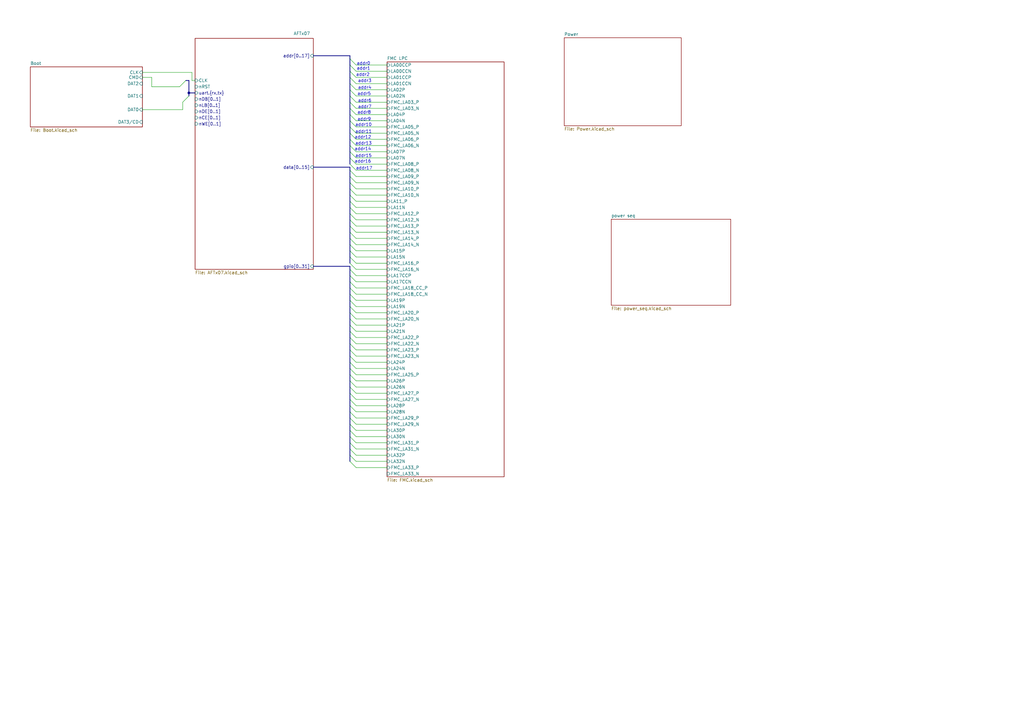
<source format=kicad_sch>
(kicad_sch
	(version 20231120)
	(generator "eeschema")
	(generator_version "8.0")
	(uuid "5516d47b-e414-41cc-be39-f34e0b8598e1")
	(paper "A3")
	(lib_symbols)
	(junction
		(at 77.47 38.1)
		(diameter 0)
		(color 0 0 0 0)
		(uuid "270580d3-4b2f-4f27-b6aa-36c4818bd575")
	)
	(bus_entry
		(at 143.51 59.69)
		(size 2.54 2.54)
		(stroke
			(width 0)
			(type default)
		)
		(uuid "00c309d9-f538-40da-9f2a-311050bdbafa")
	)
	(bus_entry
		(at 143.51 184.15)
		(size 2.54 2.54)
		(stroke
			(width 0)
			(type default)
		)
		(uuid "01097257-0fc6-4563-af78-13f9a170a4a1")
	)
	(bus_entry
		(at 143.51 46.99)
		(size 2.54 2.54)
		(stroke
			(width 0)
			(type default)
		)
		(uuid "04d6c506-0baf-4da7-8bf7-681755571645")
	)
	(bus_entry
		(at 143.51 87.63)
		(size 2.54 2.54)
		(stroke
			(width 0)
			(type default)
		)
		(uuid "06c86918-2551-4aa7-a6ad-c86a70af97f9")
	)
	(bus_entry
		(at 143.51 138.43)
		(size 2.54 2.54)
		(stroke
			(width 0)
			(type default)
		)
		(uuid "08d73a3a-09ef-48a0-bdb3-7057d1abbfda")
	)
	(bus_entry
		(at 143.51 113.03)
		(size 2.54 2.54)
		(stroke
			(width 0)
			(type default)
		)
		(uuid "0ccb7762-a293-4592-9c3a-dbee2969f82a")
	)
	(bus_entry
		(at 143.51 100.33)
		(size 2.54 2.54)
		(stroke
			(width 0)
			(type default)
		)
		(uuid "0e63bc5c-23ca-4a21-92c0-af43563a4f35")
	)
	(bus_entry
		(at 143.51 123.19)
		(size 2.54 2.54)
		(stroke
			(width 0)
			(type default)
		)
		(uuid "10343f29-9e04-4c9f-ab8f-1b1350fd9fea")
	)
	(bus_entry
		(at 143.51 153.67)
		(size 2.54 2.54)
		(stroke
			(width 0)
			(type default)
		)
		(uuid "12222be9-547f-4db4-9317-c133a7cd800d")
	)
	(bus_entry
		(at 143.51 158.75)
		(size 2.54 2.54)
		(stroke
			(width 0)
			(type default)
		)
		(uuid "127acc31-4070-49ae-9a47-423b9111669e")
	)
	(bus_entry
		(at 143.51 77.47)
		(size 2.54 2.54)
		(stroke
			(width 0)
			(type default)
		)
		(uuid "15bc57ff-9540-4f1b-b707-e9d1fb422035")
	)
	(bus_entry
		(at 143.51 90.17)
		(size 2.54 2.54)
		(stroke
			(width 0)
			(type default)
		)
		(uuid "1b102a76-fece-47e5-91e0-2e7493143dea")
	)
	(bus_entry
		(at 143.51 49.53)
		(size 2.54 2.54)
		(stroke
			(width 0)
			(type default)
		)
		(uuid "1b15c6ce-76d8-4668-8719-57cbdd09dda6")
	)
	(bus_entry
		(at 143.51 41.91)
		(size 2.54 2.54)
		(stroke
			(width 0)
			(type default)
		)
		(uuid "1dd05781-1b0e-41e7-86c6-3b8535c4fd20")
	)
	(bus_entry
		(at 77.47 39.37)
		(size -2.54 2.54)
		(stroke
			(width 0)
			(type default)
		)
		(uuid "24ce8406-eb3a-4aa7-bcd6-58375241b591")
	)
	(bus_entry
		(at 143.51 67.31)
		(size 2.54 2.54)
		(stroke
			(width 0)
			(type default)
		)
		(uuid "290979d8-c128-4266-9d6c-7ca8ebced9a1")
	)
	(bus_entry
		(at 143.51 156.21)
		(size 2.54 2.54)
		(stroke
			(width 0)
			(type default)
		)
		(uuid "3b8d9a95-591a-4841-aaa5-c8c4b5ff6e9d")
	)
	(bus_entry
		(at 143.51 69.85)
		(size 2.54 2.54)
		(stroke
			(width 0)
			(type default)
		)
		(uuid "3c308db1-5587-428f-a32c-2242af0e2fe8")
	)
	(bus_entry
		(at 143.51 118.11)
		(size 2.54 2.54)
		(stroke
			(width 0)
			(type default)
		)
		(uuid "4050269c-684c-4df6-91ae-45238d56906f")
	)
	(bus_entry
		(at 143.51 97.79)
		(size 2.54 2.54)
		(stroke
			(width 0)
			(type default)
		)
		(uuid "4347cc51-ed27-4977-957a-1b56ec839532")
	)
	(bus_entry
		(at 143.51 57.15)
		(size 2.54 2.54)
		(stroke
			(width 0)
			(type default)
		)
		(uuid "4aa96222-9bb2-4438-bb77-0145cb74385b")
	)
	(bus_entry
		(at 143.51 102.87)
		(size 2.54 2.54)
		(stroke
			(width 0)
			(type default)
		)
		(uuid "4afd4da4-28f2-4d24-9761-230e5f57ef6f")
	)
	(bus_entry
		(at 143.51 120.65)
		(size 2.54 2.54)
		(stroke
			(width 0)
			(type default)
		)
		(uuid "5144efdd-9fd4-4a60-abd3-39e87c76fefd")
	)
	(bus_entry
		(at 143.51 105.41)
		(size 2.54 2.54)
		(stroke
			(width 0)
			(type default)
		)
		(uuid "5506bd66-8c38-4294-a2f2-b83d595f3dbb")
	)
	(bus_entry
		(at 143.51 64.77)
		(size 2.54 2.54)
		(stroke
			(width 0)
			(type default)
		)
		(uuid "5a1ce5f3-defb-4967-87b1-c25916fb831d")
	)
	(bus_entry
		(at 143.51 54.61)
		(size 2.54 2.54)
		(stroke
			(width 0)
			(type default)
		)
		(uuid "60788846-2bb3-4a67-92f4-1050d0ea6e6d")
	)
	(bus_entry
		(at 143.51 26.67)
		(size 2.54 2.54)
		(stroke
			(width 0)
			(type default)
		)
		(uuid "62f2e729-ccdf-46a4-9cef-c2a9282bc329")
	)
	(bus_entry
		(at 143.51 44.45)
		(size 2.54 2.54)
		(stroke
			(width 0)
			(type default)
		)
		(uuid "6407c452-4be5-4af0-81be-02f80c2c03ba")
	)
	(bus_entry
		(at 143.51 36.83)
		(size 2.54 2.54)
		(stroke
			(width 0)
			(type default)
		)
		(uuid "65b7490d-fe5d-41ce-a487-a38438e9f946")
	)
	(bus_entry
		(at 143.51 143.51)
		(size 2.54 2.54)
		(stroke
			(width 0)
			(type default)
		)
		(uuid "74694447-8d6d-43ae-b02e-c929be98643d")
	)
	(bus_entry
		(at 143.51 95.25)
		(size 2.54 2.54)
		(stroke
			(width 0)
			(type default)
		)
		(uuid "7537fbd2-9a33-49d7-ad78-a02a641e10d0")
	)
	(bus_entry
		(at 143.51 130.81)
		(size 2.54 2.54)
		(stroke
			(width 0)
			(type default)
		)
		(uuid "758e35ef-4106-438f-b235-03a6ba3b786c")
	)
	(bus_entry
		(at 143.51 82.55)
		(size 2.54 2.54)
		(stroke
			(width 0)
			(type default)
		)
		(uuid "79484d90-d681-43ff-837e-33df4ad10bfc")
	)
	(bus_entry
		(at 143.51 181.61)
		(size 2.54 2.54)
		(stroke
			(width 0)
			(type default)
		)
		(uuid "7ae14c85-0494-4ddd-a149-08ebffcb41a5")
	)
	(bus_entry
		(at 143.51 168.91)
		(size 2.54 2.54)
		(stroke
			(width 0)
			(type default)
		)
		(uuid "7ae1bcb0-3f63-4050-9d24-b620b190c114")
	)
	(bus_entry
		(at 143.51 133.35)
		(size 2.54 2.54)
		(stroke
			(width 0)
			(type default)
		)
		(uuid "8099dc35-1571-4f58-aeb0-b9a4aeb86b54")
	)
	(bus_entry
		(at 143.51 163.83)
		(size 2.54 2.54)
		(stroke
			(width 0)
			(type default)
		)
		(uuid "8699d615-ab11-4d06-8f58-cd0fa55c0b4d")
	)
	(bus_entry
		(at 143.51 39.37)
		(size 2.54 2.54)
		(stroke
			(width 0)
			(type default)
		)
		(uuid "8a110787-310c-4ee5-b47e-7568c77c8b43")
	)
	(bus_entry
		(at 143.51 161.29)
		(size 2.54 2.54)
		(stroke
			(width 0)
			(type default)
		)
		(uuid "927a58d4-2d29-45a8-adbb-7bfdfc6b9126")
	)
	(bus_entry
		(at 143.51 176.53)
		(size 2.54 2.54)
		(stroke
			(width 0)
			(type default)
		)
		(uuid "940edec8-2d3e-4ce7-83aa-d65dc7a1bfd5")
	)
	(bus_entry
		(at 143.51 107.95)
		(size 2.54 2.54)
		(stroke
			(width 0)
			(type default)
		)
		(uuid "977416ea-a649-4c1a-8bad-6753d0dc431d")
	)
	(bus_entry
		(at 143.51 148.59)
		(size 2.54 2.54)
		(stroke
			(width 0)
			(type default)
		)
		(uuid "98bf8b4c-1471-4e9c-8421-b94aa9ebbafe")
	)
	(bus_entry
		(at 73.66 35.56)
		(size 2.54 -2.54)
		(stroke
			(width 0)
			(type default)
		)
		(uuid "a04105e4-9d2b-468c-86d2-7d9a7716b54d")
	)
	(bus_entry
		(at 143.51 74.93)
		(size 2.54 2.54)
		(stroke
			(width 0)
			(type default)
		)
		(uuid "b050de0f-90e8-424a-9247-498625ea9b48")
	)
	(bus_entry
		(at 143.51 115.57)
		(size 2.54 2.54)
		(stroke
			(width 0)
			(type default)
		)
		(uuid "b2f577c1-ca6a-4aba-a757-1d44935a7bea")
	)
	(bus_entry
		(at 143.51 92.71)
		(size 2.54 2.54)
		(stroke
			(width 0)
			(type default)
		)
		(uuid "b779e87e-709c-433e-b507-5c44caef2c05")
	)
	(bus_entry
		(at 143.51 151.13)
		(size 2.54 2.54)
		(stroke
			(width 0)
			(type default)
		)
		(uuid "b81c9231-a620-45e0-b133-6ef51cc4842f")
	)
	(bus_entry
		(at 143.51 31.75)
		(size 2.54 2.54)
		(stroke
			(width 0)
			(type default)
		)
		(uuid "c2e4688f-2acf-4dab-a294-327f6da599bf")
	)
	(bus_entry
		(at 143.51 173.99)
		(size 2.54 2.54)
		(stroke
			(width 0)
			(type default)
		)
		(uuid "c4f29293-c573-42e1-93da-0c4fc8998598")
	)
	(bus_entry
		(at 143.51 110.49)
		(size 2.54 2.54)
		(stroke
			(width 0)
			(type default)
		)
		(uuid "cae8f7b1-088a-497e-b352-fdd225c04274")
	)
	(bus_entry
		(at 143.51 62.23)
		(size 2.54 2.54)
		(stroke
			(width 0)
			(type default)
		)
		(uuid "d039dbaa-786c-4808-924a-ad938a57665e")
	)
	(bus_entry
		(at 143.51 80.01)
		(size 2.54 2.54)
		(stroke
			(width 0)
			(type default)
		)
		(uuid "d6381a4e-ef09-4991-acd2-8779b5a28a80")
	)
	(bus_entry
		(at 143.51 189.23)
		(size 2.54 2.54)
		(stroke
			(width 0)
			(type default)
		)
		(uuid "d97ce6ea-e14b-4156-b5d5-2f0f60f0bdd3")
	)
	(bus_entry
		(at 143.51 24.13)
		(size 2.54 2.54)
		(stroke
			(width 0)
			(type default)
		)
		(uuid "db691ba8-8875-4075-bccb-064b2115e948")
	)
	(bus_entry
		(at 143.51 29.21)
		(size 2.54 2.54)
		(stroke
			(width 0)
			(type default)
		)
		(uuid "e10ef91f-96f1-4c89-9a3d-ac2fa4578f18")
	)
	(bus_entry
		(at 143.51 125.73)
		(size 2.54 2.54)
		(stroke
			(width 0)
			(type default)
		)
		(uuid "e11d9764-857e-4237-b1e3-939f75191444")
	)
	(bus_entry
		(at 143.51 179.07)
		(size 2.54 2.54)
		(stroke
			(width 0)
			(type default)
		)
		(uuid "e4b3aee4-202c-4c95-b85e-6188ec2f07bf")
	)
	(bus_entry
		(at 143.51 135.89)
		(size 2.54 2.54)
		(stroke
			(width 0)
			(type default)
		)
		(uuid "ea6f2151-a45b-4a2a-8e71-29297e74fe69")
	)
	(bus_entry
		(at 143.51 186.69)
		(size 2.54 2.54)
		(stroke
			(width 0)
			(type default)
		)
		(uuid "eaba88e4-cb4b-4120-9faf-d2e2a9b1b294")
	)
	(bus_entry
		(at 143.51 34.29)
		(size 2.54 2.54)
		(stroke
			(width 0)
			(type default)
		)
		(uuid "ed005149-6cba-4964-9c34-0cc99d3b7cdd")
	)
	(bus_entry
		(at 143.51 166.37)
		(size 2.54 2.54)
		(stroke
			(width 0)
			(type default)
		)
		(uuid "ee32a514-86f1-462b-8aca-4ee7bb1398dc")
	)
	(bus_entry
		(at 143.51 146.05)
		(size 2.54 2.54)
		(stroke
			(width 0)
			(type default)
		)
		(uuid "f44fb365-5325-4869-8eaa-9aa094cf156d")
	)
	(bus_entry
		(at 143.51 52.07)
		(size 2.54 2.54)
		(stroke
			(width 0)
			(type default)
		)
		(uuid "f8360d52-0486-4a78-9a99-17bc37e2e555")
	)
	(bus_entry
		(at 143.51 85.09)
		(size 2.54 2.54)
		(stroke
			(width 0)
			(type default)
		)
		(uuid "fa585785-9e21-47f5-8b70-d3f6d88ba6c4")
	)
	(bus_entry
		(at 143.51 128.27)
		(size 2.54 2.54)
		(stroke
			(width 0)
			(type default)
		)
		(uuid "fac3521d-fecd-4301-95ec-4c3b63be8549")
	)
	(bus_entry
		(at 143.51 140.97)
		(size 2.54 2.54)
		(stroke
			(width 0)
			(type default)
		)
		(uuid "fd4bb512-7771-40eb-bf30-bd8dbe9c5ff1")
	)
	(bus_entry
		(at 143.51 171.45)
		(size 2.54 2.54)
		(stroke
			(width 0)
			(type default)
		)
		(uuid "fd5ed7f7-4e30-4ae9-a91e-98c851e6cf7d")
	)
	(bus_entry
		(at 143.51 72.39)
		(size 2.54 2.54)
		(stroke
			(width 0)
			(type default)
		)
		(uuid "ff5103f0-74ec-4c5d-8dd0-a06c6ffd0686")
	)
	(wire
		(pts
			(xy 146.05 186.69) (xy 158.75 186.69)
		)
		(stroke
			(width 0)
			(type default)
		)
		(uuid "0328d351-091c-47e9-abf3-0ef725c06a3f")
	)
	(bus
		(pts
			(xy 76.2 33.02) (xy 77.47 33.02)
		)
		(stroke
			(width 0)
			(type default)
		)
		(uuid "03c77834-1ec4-4569-a799-1217a02e650f")
	)
	(bus
		(pts
			(xy 143.51 39.37) (xy 143.51 41.91)
		)
		(stroke
			(width 0)
			(type default)
		)
		(uuid "061388a2-fc20-4cb7-b82c-dfe74c063574")
	)
	(wire
		(pts
			(xy 146.05 166.37) (xy 158.75 166.37)
		)
		(stroke
			(width 0)
			(type default)
		)
		(uuid "071f9539-9fdc-4140-bb1c-8851236fc993")
	)
	(bus
		(pts
			(xy 143.51 153.67) (xy 143.51 156.21)
		)
		(stroke
			(width 0)
			(type default)
		)
		(uuid "0fb857c4-d720-4ff1-9c56-91fc2cc7f993")
	)
	(wire
		(pts
			(xy 146.05 77.47) (xy 158.75 77.47)
		)
		(stroke
			(width 0)
			(type default)
		)
		(uuid "10293f83-7b7a-4b15-b8d1-6fddedb9d763")
	)
	(bus
		(pts
			(xy 143.51 62.23) (xy 143.51 64.77)
		)
		(stroke
			(width 0)
			(type default)
		)
		(uuid "10d640c1-ce8c-4170-b134-8c1e46021678")
	)
	(wire
		(pts
			(xy 146.05 146.05) (xy 158.75 146.05)
		)
		(stroke
			(width 0)
			(type default)
		)
		(uuid "1147e1fe-19ab-421d-916e-f1f7a75cd8d5")
	)
	(bus
		(pts
			(xy 143.51 115.57) (xy 143.51 118.11)
		)
		(stroke
			(width 0)
			(type default)
		)
		(uuid "129861ba-7160-472c-a9b0-4e5e534ad219")
	)
	(wire
		(pts
			(xy 146.05 52.07) (xy 158.75 52.07)
		)
		(stroke
			(width 0)
			(type default)
		)
		(uuid "14bf4183-f474-4eaa-bd0c-1934b968302c")
	)
	(bus
		(pts
			(xy 143.51 44.45) (xy 143.51 46.99)
		)
		(stroke
			(width 0)
			(type default)
		)
		(uuid "156496bf-f08f-4e94-a614-0eb7d53284b1")
	)
	(wire
		(pts
			(xy 146.05 176.53) (xy 158.75 176.53)
		)
		(stroke
			(width 0)
			(type default)
		)
		(uuid "16f55ec9-dfad-4e8a-9a80-d7e90726f319")
	)
	(bus
		(pts
			(xy 143.51 34.29) (xy 143.51 36.83)
		)
		(stroke
			(width 0)
			(type default)
		)
		(uuid "1752b0bd-eaab-4b41-b457-714bb9485623")
	)
	(wire
		(pts
			(xy 146.05 41.91) (xy 158.75 41.91)
		)
		(stroke
			(width 0)
			(type default)
		)
		(uuid "1839791d-ef1c-4633-9793-b089bb5cba4f")
	)
	(bus
		(pts
			(xy 143.51 158.75) (xy 143.51 161.29)
		)
		(stroke
			(width 0)
			(type default)
		)
		(uuid "1868ed34-1acc-470d-add5-425eee1d7124")
	)
	(wire
		(pts
			(xy 146.05 49.53) (xy 158.75 49.53)
		)
		(stroke
			(width 0)
			(type default)
		)
		(uuid "20ab2ccb-7dd6-410b-bfbc-38458f766a69")
	)
	(wire
		(pts
			(xy 146.05 171.45) (xy 158.75 171.45)
		)
		(stroke
			(width 0)
			(type default)
		)
		(uuid "22a128a9-a809-4cf7-a604-88ca7eb93dc4")
	)
	(bus
		(pts
			(xy 143.51 125.73) (xy 143.51 128.27)
		)
		(stroke
			(width 0)
			(type default)
		)
		(uuid "2542a724-79d0-481d-8bb0-7028db4b7569")
	)
	(bus
		(pts
			(xy 143.51 133.35) (xy 143.51 135.89)
		)
		(stroke
			(width 0)
			(type default)
		)
		(uuid "27d12bd1-19eb-418d-88ba-8f21e5699f10")
	)
	(bus
		(pts
			(xy 143.51 102.87) (xy 143.51 105.41)
		)
		(stroke
			(width 0)
			(type default)
		)
		(uuid "29913d54-cf02-48f5-9571-1850c5fb03c7")
	)
	(bus
		(pts
			(xy 143.51 22.86) (xy 143.51 24.13)
		)
		(stroke
			(width 0)
			(type default)
		)
		(uuid "2b9d4b9d-a188-4700-b4e0-2f4110f9f609")
	)
	(bus
		(pts
			(xy 143.51 173.99) (xy 143.51 176.53)
		)
		(stroke
			(width 0)
			(type default)
		)
		(uuid "2d66b64e-1f79-43d9-848a-bec8be4e93be")
	)
	(bus
		(pts
			(xy 143.51 31.75) (xy 143.51 34.29)
		)
		(stroke
			(width 0)
			(type default)
		)
		(uuid "2e8b04ee-5165-4a3f-a195-3e26673c8925")
	)
	(wire
		(pts
			(xy 146.05 69.85) (xy 158.75 69.85)
		)
		(stroke
			(width 0)
			(type default)
		)
		(uuid "326cc7c1-95e2-4eeb-8158-335b49c8e4b9")
	)
	(bus
		(pts
			(xy 77.47 38.1) (xy 77.47 39.37)
		)
		(stroke
			(width 0)
			(type default)
		)
		(uuid "32dcf300-faa1-4f29-8fbf-747b281de4b6")
	)
	(bus
		(pts
			(xy 143.51 143.51) (xy 143.51 146.05)
		)
		(stroke
			(width 0)
			(type default)
		)
		(uuid "3928346b-69e6-45bf-9951-6b5d2e131724")
	)
	(wire
		(pts
			(xy 146.05 59.69) (xy 158.75 59.69)
		)
		(stroke
			(width 0)
			(type default)
		)
		(uuid "3a15f43f-f911-4145-9b98-cd8a26818b77")
	)
	(wire
		(pts
			(xy 146.05 67.31) (xy 158.75 67.31)
		)
		(stroke
			(width 0)
			(type default)
		)
		(uuid "400b06f9-171e-406b-a0d9-a28f076d5ea3")
	)
	(wire
		(pts
			(xy 146.05 148.59) (xy 158.75 148.59)
		)
		(stroke
			(width 0)
			(type default)
		)
		(uuid "45791036-e829-45a3-a9f4-9fd6f3c13c8b")
	)
	(bus
		(pts
			(xy 143.51 68.58) (xy 143.51 69.85)
		)
		(stroke
			(width 0)
			(type default)
		)
		(uuid "46509978-0fd8-48d0-8813-49c0dd50d2b9")
	)
	(bus
		(pts
			(xy 143.51 130.81) (xy 143.51 133.35)
		)
		(stroke
			(width 0)
			(type default)
		)
		(uuid "46608541-c982-482b-b58e-fd7e46763c24")
	)
	(wire
		(pts
			(xy 74.93 41.91) (xy 74.93 44.958)
		)
		(stroke
			(width 0)
			(type default)
		)
		(uuid "4a539658-ca1c-4917-918e-ad97218e3c4f")
	)
	(bus
		(pts
			(xy 143.51 123.19) (xy 143.51 125.73)
		)
		(stroke
			(width 0)
			(type default)
		)
		(uuid "4ad123b3-bedb-406c-ac4b-6cb4f7cc9357")
	)
	(wire
		(pts
			(xy 146.05 107.95) (xy 158.75 107.95)
		)
		(stroke
			(width 0)
			(type default)
		)
		(uuid "4b7d0ff5-4584-4d84-bb1e-54cdfa5e415c")
	)
	(bus
		(pts
			(xy 128.524 68.58) (xy 143.51 68.58)
		)
		(stroke
			(width 0)
			(type default)
		)
		(uuid "4ecfd38a-e4f9-458c-882f-43fcedb68ca1")
	)
	(wire
		(pts
			(xy 146.05 184.15) (xy 158.75 184.15)
		)
		(stroke
			(width 0)
			(type default)
		)
		(uuid "4f2d56ee-e0cd-4779-a225-6315043bdb77")
	)
	(wire
		(pts
			(xy 146.05 87.63) (xy 158.75 87.63)
		)
		(stroke
			(width 0)
			(type default)
		)
		(uuid "4fbd329a-4a22-402d-aa2b-1035dde9b1e8")
	)
	(bus
		(pts
			(xy 143.51 77.47) (xy 143.51 80.01)
		)
		(stroke
			(width 0)
			(type default)
		)
		(uuid "4fdd2c91-a919-4519-acdd-476afcb4eb40")
	)
	(wire
		(pts
			(xy 146.05 39.37) (xy 158.75 39.37)
		)
		(stroke
			(width 0)
			(type default)
		)
		(uuid "5027f800-5a5c-4f3e-a223-956aa1e29cfa")
	)
	(wire
		(pts
			(xy 146.05 95.25) (xy 158.75 95.25)
		)
		(stroke
			(width 0)
			(type default)
		)
		(uuid "52694102-03d2-4aa8-bd7a-4fed720b5d3a")
	)
	(wire
		(pts
			(xy 146.05 158.75) (xy 158.75 158.75)
		)
		(stroke
			(width 0)
			(type default)
		)
		(uuid "54df9530-b3d0-4f89-ae7e-6330bc21034e")
	)
	(wire
		(pts
			(xy 146.05 31.75) (xy 158.75 31.75)
		)
		(stroke
			(width 0)
			(type default)
		)
		(uuid "55a631dd-facc-45e7-a2aa-9fca2fdfe344")
	)
	(bus
		(pts
			(xy 143.51 168.91) (xy 143.51 171.45)
		)
		(stroke
			(width 0)
			(type default)
		)
		(uuid "56a42688-f067-4c23-af3f-6ccb41f1fb7f")
	)
	(wire
		(pts
			(xy 146.05 72.39) (xy 158.75 72.39)
		)
		(stroke
			(width 0)
			(type default)
		)
		(uuid "589a398b-6cae-4b73-9e98-65363903828b")
	)
	(bus
		(pts
			(xy 143.51 118.11) (xy 143.51 120.65)
		)
		(stroke
			(width 0)
			(type default)
		)
		(uuid "5aa96c02-2072-4915-87ca-9481c8a58370")
	)
	(wire
		(pts
			(xy 146.05 97.79) (xy 158.75 97.79)
		)
		(stroke
			(width 0)
			(type default)
		)
		(uuid "5e4aa827-37d3-477c-8e04-bf671cf8ba12")
	)
	(wire
		(pts
			(xy 146.05 46.99) (xy 158.75 46.99)
		)
		(stroke
			(width 0)
			(type default)
		)
		(uuid "5f9151f4-554e-4470-b5f8-4fb54dcf67ed")
	)
	(wire
		(pts
			(xy 146.05 74.93) (xy 158.75 74.93)
		)
		(stroke
			(width 0)
			(type default)
		)
		(uuid "5ffc4463-6cd3-467f-99b9-11ae4d1edd7c")
	)
	(bus
		(pts
			(xy 143.51 176.53) (xy 143.51 179.07)
		)
		(stroke
			(width 0)
			(type default)
		)
		(uuid "61a73c8a-7371-48b2-9567-70424ceecef6")
	)
	(bus
		(pts
			(xy 143.51 163.83) (xy 143.51 166.37)
		)
		(stroke
			(width 0)
			(type default)
		)
		(uuid "6268277f-2830-47e6-a39a-d8a371705e71")
	)
	(wire
		(pts
			(xy 146.05 57.15) (xy 158.75 57.15)
		)
		(stroke
			(width 0)
			(type default)
		)
		(uuid "6274c2ea-c03e-459c-9591-4392c762be1d")
	)
	(bus
		(pts
			(xy 143.51 181.61) (xy 143.51 184.15)
		)
		(stroke
			(width 0)
			(type default)
		)
		(uuid "62a4c0c0-883c-4d0e-b4db-cb3fe7798c6b")
	)
	(bus
		(pts
			(xy 143.51 120.65) (xy 143.51 123.19)
		)
		(stroke
			(width 0)
			(type default)
		)
		(uuid "6345ac2b-2099-42a6-bfe0-08f5bb6b0acb")
	)
	(wire
		(pts
			(xy 146.05 115.57) (xy 158.75 115.57)
		)
		(stroke
			(width 0)
			(type default)
		)
		(uuid "64b9c56c-afb4-4b2c-ac10-727ff26db8f7")
	)
	(wire
		(pts
			(xy 146.05 168.91) (xy 158.75 168.91)
		)
		(stroke
			(width 0)
			(type default)
		)
		(uuid "6520b8e8-9a19-4afa-92d4-73d3dd1b82f7")
	)
	(bus
		(pts
			(xy 143.51 54.61) (xy 143.51 57.15)
		)
		(stroke
			(width 0)
			(type default)
		)
		(uuid "67168b58-15ec-4f92-bcaa-60c638effc9f")
	)
	(wire
		(pts
			(xy 146.05 92.71) (xy 158.75 92.71)
		)
		(stroke
			(width 0)
			(type default)
		)
		(uuid "6a82ef5f-b3ac-4341-968a-a4f49d19c240")
	)
	(wire
		(pts
			(xy 146.05 133.35) (xy 158.75 133.35)
		)
		(stroke
			(width 0)
			(type default)
		)
		(uuid "6b7fd3e8-b85f-46e4-88df-305cd4f82e8f")
	)
	(wire
		(pts
			(xy 146.05 64.77) (xy 158.75 64.77)
		)
		(stroke
			(width 0)
			(type default)
		)
		(uuid "6c452e4d-3e3f-4845-ba04-c94eab8943fd")
	)
	(wire
		(pts
			(xy 146.05 82.55) (xy 158.75 82.55)
		)
		(stroke
			(width 0)
			(type default)
		)
		(uuid "6c878a40-2f7f-4204-841c-1a5713b429a7")
	)
	(bus
		(pts
			(xy 143.51 184.15) (xy 143.51 186.69)
		)
		(stroke
			(width 0)
			(type default)
		)
		(uuid "6fa4841e-9e09-45c2-99ea-438542655bc0")
	)
	(bus
		(pts
			(xy 143.51 179.07) (xy 143.51 181.61)
		)
		(stroke
			(width 0)
			(type default)
		)
		(uuid "74ae7a93-ec32-4863-ba95-b4c35015a2e5")
	)
	(bus
		(pts
			(xy 77.47 33.02) (xy 77.47 38.1)
		)
		(stroke
			(width 0)
			(type default)
		)
		(uuid "760e7b78-f95c-4475-85df-1cf0e589836a")
	)
	(bus
		(pts
			(xy 143.51 29.21) (xy 143.51 31.75)
		)
		(stroke
			(width 0)
			(type default)
		)
		(uuid "76dd379d-a917-4580-8a32-983371da17f5")
	)
	(wire
		(pts
			(xy 146.05 179.07) (xy 158.75 179.07)
		)
		(stroke
			(width 0)
			(type default)
		)
		(uuid "7dd666f4-968c-4e99-8e6f-6c21fa299c98")
	)
	(wire
		(pts
			(xy 146.05 29.21) (xy 158.75 29.21)
		)
		(stroke
			(width 0)
			(type default)
		)
		(uuid "7f29c07c-b240-47c5-974d-b4b5ff26e2e7")
	)
	(bus
		(pts
			(xy 143.51 146.05) (xy 143.51 148.59)
		)
		(stroke
			(width 0)
			(type default)
		)
		(uuid "7fab9860-4f77-40cb-93d2-a4ce833c9fb1")
	)
	(bus
		(pts
			(xy 143.51 105.41) (xy 143.51 107.95)
		)
		(stroke
			(width 0)
			(type default)
		)
		(uuid "7fe48ab1-b8a9-4c7f-adaa-09c4c36102d0")
	)
	(bus
		(pts
			(xy 143.51 100.33) (xy 143.51 102.87)
		)
		(stroke
			(width 0)
			(type default)
		)
		(uuid "80296624-69ed-4d8e-8ce6-a454aa3821ca")
	)
	(bus
		(pts
			(xy 143.51 135.89) (xy 143.51 138.43)
		)
		(stroke
			(width 0)
			(type default)
		)
		(uuid "83af729c-dbd6-4115-8aa5-fd164dd2d4b6")
	)
	(bus
		(pts
			(xy 143.51 140.97) (xy 143.51 143.51)
		)
		(stroke
			(width 0)
			(type default)
		)
		(uuid "84ca76b0-7bfa-4427-84cc-eb88949dc64e")
	)
	(bus
		(pts
			(xy 143.51 82.55) (xy 143.51 85.09)
		)
		(stroke
			(width 0)
			(type default)
		)
		(uuid "87e424f9-2b1e-47da-adc5-3a648d939640")
	)
	(wire
		(pts
			(xy 146.05 156.21) (xy 158.75 156.21)
		)
		(stroke
			(width 0)
			(type default)
		)
		(uuid "8ac64345-7b24-4d0b-a0a1-8a408c50e00f")
	)
	(bus
		(pts
			(xy 143.51 52.07) (xy 143.51 54.61)
		)
		(stroke
			(width 0)
			(type default)
		)
		(uuid "8b96de5c-04bb-4755-a99d-d79af93cb82e")
	)
	(bus
		(pts
			(xy 143.51 41.91) (xy 143.51 44.45)
		)
		(stroke
			(width 0)
			(type default)
		)
		(uuid "8ba9481f-8fe0-4839-a378-ded024770ee6")
	)
	(wire
		(pts
			(xy 146.05 153.67) (xy 158.75 153.67)
		)
		(stroke
			(width 0)
			(type default)
		)
		(uuid "8bf18f28-d05f-447b-9807-44086742355f")
	)
	(bus
		(pts
			(xy 143.51 24.13) (xy 143.51 26.67)
		)
		(stroke
			(width 0)
			(type default)
		)
		(uuid "8c98e914-5dbc-4578-95d9-3b09bd3d6c93")
	)
	(bus
		(pts
			(xy 80.01 38.1) (xy 77.47 38.1)
		)
		(stroke
			(width 0)
			(type default)
		)
		(uuid "8d0fa64e-e5ce-496a-8807-a2128223a589")
	)
	(wire
		(pts
			(xy 146.05 110.49) (xy 158.75 110.49)
		)
		(stroke
			(width 0)
			(type default)
		)
		(uuid "8d2387d5-c6e7-467d-af8a-f326c1c9cd82")
	)
	(bus
		(pts
			(xy 143.51 148.59) (xy 143.51 151.13)
		)
		(stroke
			(width 0)
			(type default)
		)
		(uuid "909a38a2-801c-4bf9-85a8-d847160f4886")
	)
	(wire
		(pts
			(xy 146.05 125.73) (xy 158.75 125.73)
		)
		(stroke
			(width 0)
			(type default)
		)
		(uuid "916f75ac-fcdc-4961-aa69-518bb4c5cf37")
	)
	(bus
		(pts
			(xy 143.51 46.99) (xy 143.51 49.53)
		)
		(stroke
			(width 0)
			(type default)
		)
		(uuid "9488c753-cf05-4dfc-b449-770ea2bfba91")
	)
	(wire
		(pts
			(xy 146.05 128.27) (xy 158.75 128.27)
		)
		(stroke
			(width 0)
			(type default)
		)
		(uuid "94e7e754-0604-49e9-ad42-d4962063f3e0")
	)
	(bus
		(pts
			(xy 128.524 22.86) (xy 143.51 22.86)
		)
		(stroke
			(width 0)
			(type default)
		)
		(uuid "95105e22-504a-4210-b9b6-19f886434937")
	)
	(wire
		(pts
			(xy 146.05 138.43) (xy 158.75 138.43)
		)
		(stroke
			(width 0)
			(type default)
		)
		(uuid "96702237-fecc-4a7d-8c27-0813af45ab0e")
	)
	(bus
		(pts
			(xy 143.51 72.39) (xy 143.51 74.93)
		)
		(stroke
			(width 0)
			(type default)
		)
		(uuid "99554acd-5399-465a-8049-ace4c3134786")
	)
	(bus
		(pts
			(xy 143.51 85.09) (xy 143.51 87.63)
		)
		(stroke
			(width 0)
			(type default)
		)
		(uuid "9a68eb68-6330-48b4-b146-8f2acedb1ef8")
	)
	(wire
		(pts
			(xy 146.05 135.89) (xy 158.75 135.89)
		)
		(stroke
			(width 0)
			(type default)
		)
		(uuid "a21d191f-b02c-4d3f-837b-3f5b5e8d813a")
	)
	(wire
		(pts
			(xy 146.05 161.29) (xy 158.75 161.29)
		)
		(stroke
			(width 0)
			(type default)
		)
		(uuid "a2bc82e2-6cd9-4be6-9b4c-3ed2b2ce7050")
	)
	(bus
		(pts
			(xy 143.51 128.27) (xy 143.51 130.81)
		)
		(stroke
			(width 0)
			(type default)
		)
		(uuid "a36e1626-4cae-44de-af5c-7a1755a8db3d")
	)
	(wire
		(pts
			(xy 62.23 35.56) (xy 62.23 31.75)
		)
		(stroke
			(width 0)
			(type default)
		)
		(uuid "a685807c-4f99-489b-bae2-6866dfbd6120")
	)
	(bus
		(pts
			(xy 143.51 171.45) (xy 143.51 173.99)
		)
		(stroke
			(width 0)
			(type default)
		)
		(uuid "a70a94e8-204e-44ad-a216-c0e7150464f7")
	)
	(bus
		(pts
			(xy 143.51 49.53) (xy 143.51 52.07)
		)
		(stroke
			(width 0)
			(type default)
		)
		(uuid "a8739cf6-e853-48aa-a4bc-fb6c8bb81d0d")
	)
	(bus
		(pts
			(xy 143.51 87.63) (xy 143.51 90.17)
		)
		(stroke
			(width 0)
			(type default)
		)
		(uuid "aa571194-2229-4189-b213-657ffab27c5d")
	)
	(wire
		(pts
			(xy 146.05 163.83) (xy 158.75 163.83)
		)
		(stroke
			(width 0)
			(type default)
		)
		(uuid "aa9b5c4b-9fa3-447c-bac6-842eb2fecd5b")
	)
	(wire
		(pts
			(xy 146.05 143.51) (xy 158.75 143.51)
		)
		(stroke
			(width 0)
			(type default)
		)
		(uuid "aea87785-4302-4b5a-ba7f-387444f43425")
	)
	(wire
		(pts
			(xy 146.05 26.67) (xy 158.75 26.67)
		)
		(stroke
			(width 0)
			(type default)
		)
		(uuid "af8f9889-4834-487c-8e12-a01c4c0e8f6f")
	)
	(bus
		(pts
			(xy 143.51 95.25) (xy 143.51 97.79)
		)
		(stroke
			(width 0)
			(type default)
		)
		(uuid "b026fcbf-5421-497d-b2a0-46e109e4f594")
	)
	(wire
		(pts
			(xy 146.05 44.45) (xy 158.75 44.45)
		)
		(stroke
			(width 0)
			(type default)
		)
		(uuid "b09f703f-f44b-49e3-b1e8-2ded7c2a68e1")
	)
	(bus
		(pts
			(xy 143.51 166.37) (xy 143.51 168.91)
		)
		(stroke
			(width 0)
			(type default)
		)
		(uuid "b1b91887-26f3-4c00-8b71-04827017e31e")
	)
	(bus
		(pts
			(xy 143.51 74.93) (xy 143.51 77.47)
		)
		(stroke
			(width 0)
			(type default)
		)
		(uuid "b48d8ddb-a0fb-418c-8907-8ec3b946bacc")
	)
	(wire
		(pts
			(xy 146.05 62.23) (xy 158.75 62.23)
		)
		(stroke
			(width 0)
			(type default)
		)
		(uuid "b4bcc884-e6c7-4b3c-99ab-aed76cee6545")
	)
	(wire
		(pts
			(xy 146.05 102.87) (xy 158.75 102.87)
		)
		(stroke
			(width 0)
			(type default)
		)
		(uuid "b4f02644-ede2-4ec2-92f6-8c7abaf4105f")
	)
	(bus
		(pts
			(xy 143.51 80.01) (xy 143.51 82.55)
		)
		(stroke
			(width 0)
			(type default)
		)
		(uuid "b6244def-eda9-4e82-8237-b04056dcd116")
	)
	(wire
		(pts
			(xy 146.05 181.61) (xy 158.75 181.61)
		)
		(stroke
			(width 0)
			(type default)
		)
		(uuid "b8acdb79-5c06-4f96-9ea1-f3acbfb026f9")
	)
	(bus
		(pts
			(xy 143.51 161.29) (xy 143.51 163.83)
		)
		(stroke
			(width 0)
			(type default)
		)
		(uuid "bbcf1e4a-2504-4444-8a8e-631ed0568256")
	)
	(wire
		(pts
			(xy 146.05 113.03) (xy 158.75 113.03)
		)
		(stroke
			(width 0)
			(type default)
		)
		(uuid "becf8d70-03bf-4c0c-8bd0-f317b2b6fd6c")
	)
	(bus
		(pts
			(xy 143.51 186.69) (xy 143.51 189.23)
		)
		(stroke
			(width 0)
			(type default)
		)
		(uuid "bf2a7509-0b63-4bfc-835d-474c677a18ee")
	)
	(wire
		(pts
			(xy 78.74 29.718) (xy 78.74 33.02)
		)
		(stroke
			(width 0)
			(type default)
		)
		(uuid "c87ff82f-5235-49d1-bd92-57ffb8f82b87")
	)
	(bus
		(pts
			(xy 143.51 59.69) (xy 143.51 62.23)
		)
		(stroke
			(width 0)
			(type default)
		)
		(uuid "c9527f1c-5d0f-4716-9697-e5db01d65378")
	)
	(bus
		(pts
			(xy 143.51 26.67) (xy 143.51 29.21)
		)
		(stroke
			(width 0)
			(type default)
		)
		(uuid "cdcb42e4-38b8-4b49-9320-9cf71cea2719")
	)
	(wire
		(pts
			(xy 146.05 36.83) (xy 158.75 36.83)
		)
		(stroke
			(width 0)
			(type default)
		)
		(uuid "cf438685-a7aa-4aac-a855-ba4d42178bf1")
	)
	(bus
		(pts
			(xy 143.51 97.79) (xy 143.51 100.33)
		)
		(stroke
			(width 0)
			(type default)
		)
		(uuid "d1140a53-a3e6-4c2e-bec5-ceccb3bd5a87")
	)
	(wire
		(pts
			(xy 146.05 130.81) (xy 158.75 130.81)
		)
		(stroke
			(width 0)
			(type default)
		)
		(uuid "d235c083-05b4-4ad2-b55a-96c3cacc636b")
	)
	(wire
		(pts
			(xy 146.05 123.19) (xy 158.75 123.19)
		)
		(stroke
			(width 0)
			(type default)
		)
		(uuid "d3f4669d-d7c7-41ad-9b4d-5a0aa2171f8d")
	)
	(wire
		(pts
			(xy 146.05 189.23) (xy 158.75 189.23)
		)
		(stroke
			(width 0)
			(type default)
		)
		(uuid "d9faf4bd-6cb5-4bfc-a822-bd57d9cd729a")
	)
	(wire
		(pts
			(xy 146.05 173.99) (xy 158.75 173.99)
		)
		(stroke
			(width 0)
			(type default)
		)
		(uuid "da124078-0bbc-49cc-a462-fb59cf4f51b0")
	)
	(wire
		(pts
			(xy 146.05 140.97) (xy 158.75 140.97)
		)
		(stroke
			(width 0)
			(type default)
		)
		(uuid "dd377024-f143-494c-bece-b4f5c0a7497f")
	)
	(wire
		(pts
			(xy 146.05 34.29) (xy 158.75 34.29)
		)
		(stroke
			(width 0)
			(type default)
		)
		(uuid "de3167f7-e5d0-4bda-9ca3-8fdf9d83080b")
	)
	(bus
		(pts
			(xy 143.51 138.43) (xy 143.51 140.97)
		)
		(stroke
			(width 0)
			(type default)
		)
		(uuid "de771d5e-2cc8-4dce-bd38-7943b05893cc")
	)
	(bus
		(pts
			(xy 143.51 109.22) (xy 143.51 110.49)
		)
		(stroke
			(width 0)
			(type default)
		)
		(uuid "e05afe3e-4422-4af7-a33e-e1fc5d3ff865")
	)
	(wire
		(pts
			(xy 58.42 31.75) (xy 62.23 31.75)
		)
		(stroke
			(width 0)
			(type default)
		)
		(uuid "e09e621b-3b26-4deb-8cbc-014aef1a1acb")
	)
	(bus
		(pts
			(xy 143.51 151.13) (xy 143.51 153.67)
		)
		(stroke
			(width 0)
			(type default)
		)
		(uuid "e15bfc44-e650-4fde-8955-d99e3eb9d191")
	)
	(bus
		(pts
			(xy 143.51 90.17) (xy 143.51 92.71)
		)
		(stroke
			(width 0)
			(type default)
		)
		(uuid "e18f3654-ac61-422c-b975-8e9a8d9b3a4a")
	)
	(bus
		(pts
			(xy 143.51 36.83) (xy 143.51 39.37)
		)
		(stroke
			(width 0)
			(type default)
		)
		(uuid "e4303184-cb28-432b-a85a-bffef695a862")
	)
	(bus
		(pts
			(xy 143.51 64.77) (xy 143.51 67.31)
		)
		(stroke
			(width 0)
			(type default)
		)
		(uuid "e552c8c9-0da7-4c5c-ad9a-28ca06fce4f9")
	)
	(wire
		(pts
			(xy 58.42 29.718) (xy 78.74 29.718)
		)
		(stroke
			(width 0)
			(type default)
		)
		(uuid "e558f30c-6d9a-48c4-9626-b4e3c13e06e7")
	)
	(wire
		(pts
			(xy 73.66 35.56) (xy 62.23 35.56)
		)
		(stroke
			(width 0)
			(type default)
		)
		(uuid "e57c3665-1d35-40b0-af8d-f9fda5dcc6aa")
	)
	(bus
		(pts
			(xy 128.524 109.22) (xy 143.51 109.22)
		)
		(stroke
			(width 0)
			(type default)
		)
		(uuid "e6e7474e-4a74-4afd-bc6f-f326e14c8a67")
	)
	(bus
		(pts
			(xy 143.51 57.15) (xy 143.51 59.69)
		)
		(stroke
			(width 0)
			(type default)
		)
		(uuid "e71fec83-9a1b-426b-8d25-c61948b6b7f8")
	)
	(wire
		(pts
			(xy 146.05 120.65) (xy 158.75 120.65)
		)
		(stroke
			(width 0)
			(type default)
		)
		(uuid "e8b8d649-9b9f-4dc0-9925-4e0be332acbf")
	)
	(wire
		(pts
			(xy 146.05 191.77) (xy 158.75 191.77)
		)
		(stroke
			(width 0)
			(type default)
		)
		(uuid "e9c69d62-ae43-4059-a5c0-3aff21e337a9")
	)
	(wire
		(pts
			(xy 146.05 85.09) (xy 158.75 85.09)
		)
		(stroke
			(width 0)
			(type default)
		)
		(uuid "e9f3fa88-66ff-43f6-99aa-f0fcc55ded52")
	)
	(wire
		(pts
			(xy 146.05 105.41) (xy 158.75 105.41)
		)
		(stroke
			(width 0)
			(type default)
		)
		(uuid "ea078773-f7e9-4479-bb80-cf418dcebf57")
	)
	(bus
		(pts
			(xy 143.51 92.71) (xy 143.51 95.25)
		)
		(stroke
			(width 0)
			(type default)
		)
		(uuid "ea87be20-f4f4-43bd-b3d4-4ff60254ef1f")
	)
	(bus
		(pts
			(xy 143.51 69.85) (xy 143.51 72.39)
		)
		(stroke
			(width 0)
			(type default)
		)
		(uuid "ed8a4c30-0b6e-48f6-9833-14707948c3da")
	)
	(wire
		(pts
			(xy 146.05 151.13) (xy 158.75 151.13)
		)
		(stroke
			(width 0)
			(type default)
		)
		(uuid "ee4ad498-4247-41e8-8567-c86581529038")
	)
	(wire
		(pts
			(xy 146.05 54.61) (xy 158.75 54.61)
		)
		(stroke
			(width 0)
			(type default)
		)
		(uuid "eef79c30-fb86-4013-a880-c51722840fac")
	)
	(wire
		(pts
			(xy 146.05 90.17) (xy 158.75 90.17)
		)
		(stroke
			(width 0)
			(type default)
		)
		(uuid "f1414454-b262-4560-abb7-b20b0b3fbd2d")
	)
	(bus
		(pts
			(xy 143.51 156.21) (xy 143.51 158.75)
		)
		(stroke
			(width 0)
			(type default)
		)
		(uuid "f158d061-c100-4d76-ae5e-f7e3fe8d203d")
	)
	(wire
		(pts
			(xy 78.74 33.02) (xy 80.01 33.02)
		)
		(stroke
			(width 0)
			(type default)
		)
		(uuid "f4019f0a-e740-4746-b1c3-1100454d6026")
	)
	(bus
		(pts
			(xy 143.51 110.49) (xy 143.51 113.03)
		)
		(stroke
			(width 0)
			(type default)
		)
		(uuid "f474d3da-dfcc-4fb2-8cdf-55c8f7ccfdba")
	)
	(wire
		(pts
			(xy 146.05 80.01) (xy 158.75 80.01)
		)
		(stroke
			(width 0)
			(type default)
		)
		(uuid "f4d0090f-f584-409a-8b73-d414342d1063")
	)
	(wire
		(pts
			(xy 58.42 44.958) (xy 74.93 44.958)
		)
		(stroke
			(width 0)
			(type default)
		)
		(uuid "f520fb60-527b-4886-8426-d9bbb50d4ffa")
	)
	(bus
		(pts
			(xy 143.51 113.03) (xy 143.51 115.57)
		)
		(stroke
			(width 0)
			(type default)
		)
		(uuid "f863f1de-2309-4f16-a30b-4be77d2d18a1")
	)
	(wire
		(pts
			(xy 146.05 100.33) (xy 158.75 100.33)
		)
		(stroke
			(width 0)
			(type default)
		)
		(uuid "fcab977f-933c-4535-961a-9c6b28dda0e0")
	)
	(wire
		(pts
			(xy 146.05 118.11) (xy 158.75 118.11)
		)
		(stroke
			(width 0)
			(type default)
		)
		(uuid "ff814cd4-ed1b-4d31-ac22-ea6b3a3a20fd")
	)
	(text "addr3\n\n"
		(exclude_from_sim no)
		(at 149.606 34.29 0)
		(effects
			(font
				(size 1.27 1.27)
			)
		)
		(uuid "01252c30-93f2-4b0b-aee0-448bef38d00b")
	)
	(text "addr9"
		(exclude_from_sim no)
		(at 149.352 49.022 0)
		(effects
			(font
				(size 1.27 1.27)
			)
		)
		(uuid "0e1fd594-b71c-49ac-b717-46d4eedc71b7")
	)
	(text "addr8"
		(exclude_from_sim no)
		(at 149.352 46.228 0)
		(effects
			(font
				(size 1.27 1.27)
			)
		)
		(uuid "2d17186b-aa7d-4dd1-9944-7501a8166b8e")
	)
	(text "addr5\n\n\n"
		(exclude_from_sim no)
		(at 149.352 40.64 0)
		(effects
			(font
				(size 1.27 1.27)
			)
		)
		(uuid "37ec1231-6d82-4ae1-b975-67871cf4646a")
	)
	(text "addr4"
		(exclude_from_sim no)
		(at 149.606 36.068 0)
		(effects
			(font
				(size 1.27 1.27)
			)
		)
		(uuid "445b47cc-c6aa-4afd-bb9c-ac5f87fb53d9")
	)
	(text "addr1\n\n"
		(exclude_from_sim no)
		(at 149.098 29.21 0)
		(effects
			(font
				(size 1.27 1.27)
			)
		)
		(uuid "44719db8-ff2d-4990-a963-82783000d0ab")
	)
	(text "addr10"
		(exclude_from_sim no)
		(at 149.098 51.308 0)
		(effects
			(font
				(size 1.27 1.27)
			)
		)
		(uuid "58ae86b0-78d7-4c65-8458-d34bb329a89b")
	)
	(text "addr14"
		(exclude_from_sim no)
		(at 148.844 61.214 0)
		(effects
			(font
				(size 1.27 1.27)
			)
		)
		(uuid "58b91b0b-5a67-4136-aa4d-56d52308b1a2")
	)
	(text "addr13"
		(exclude_from_sim no)
		(at 149.098 58.928 0)
		(effects
			(font
				(size 1.27 1.27)
			)
		)
		(uuid "a9bb376b-6444-4497-a0f1-2f0fa6bedecf")
	)
	(text "addr16"
		(exclude_from_sim no)
		(at 148.844 66.294 0)
		(effects
			(font
				(size 1.27 1.27)
			)
		)
		(uuid "af68ae9d-489e-4d03-921f-bd809393e5f0")
	)
	(text "addr0\n"
		(exclude_from_sim no)
		(at 149.098 26.162 0)
		(effects
			(font
				(size 1.27 1.27)
			)
		)
		(uuid "c64cd217-1006-47ce-9cf6-b6a191e397d3")
	)
	(text "addr6"
		(exclude_from_sim no)
		(at 149.606 41.402 0)
		(effects
			(font
				(size 1.27 1.27)
			)
		)
		(uuid "c7e374fd-f68f-4085-be93-4c67e9a86f25")
	)
	(text "addr2\n\n"
		(exclude_from_sim no)
		(at 148.844 31.75 0)
		(effects
			(font
				(size 1.27 1.27)
			)
		)
		(uuid "d3944a1b-8c98-4ad7-9743-2732ddca2773")
	)
	(text "addr12"
		(exclude_from_sim no)
		(at 148.844 56.388 0)
		(effects
			(font
				(size 1.27 1.27)
			)
		)
		(uuid "d5197a5a-f155-44a5-850c-4032c96cc219")
	)
	(text "addr7"
		(exclude_from_sim no)
		(at 149.606 43.942 0)
		(effects
			(font
				(size 1.27 1.27)
			)
		)
		(uuid "d84963a0-0223-42a2-a0d4-7af5f1273231")
	)
	(text "addr11"
		(exclude_from_sim no)
		(at 149.098 54.102 0)
		(effects
			(font
				(size 1.27 1.27)
			)
		)
		(uuid "e79f6171-05c4-42bb-956e-94f52c805832")
	)
	(text "addr17"
		(exclude_from_sim no)
		(at 149.352 69.088 0)
		(effects
			(font
				(size 1.27 1.27)
			)
		)
		(uuid "ecaa88be-902f-4cc4-b93c-19d212a86f51")
	)
	(text "addr15\n"
		(exclude_from_sim no)
		(at 149.098 64.008 0)
		(effects
			(font
				(size 1.27 1.27)
			)
		)
		(uuid "f2561eac-968f-4e70-84a0-b9c8c531d80a")
	)
	(sheet
		(at 158.75 25.4)
		(size 48.006 170.18)
		(fields_autoplaced yes)
		(stroke
			(width 0.1524)
			(type solid)
		)
		(fill
			(color 0 0 0 0.0000)
		)
		(uuid "5bc8d1db-126a-4749-b01b-36c09bbd5609")
		(property "Sheetname" "FMC LPC"
			(at 158.75 24.6884 0)
			(effects
				(font
					(size 1.27 1.27)
				)
				(justify left bottom)
			)
		)
		(property "Sheetfile" "FMC.kicad_sch"
			(at 158.75 196.1646 0)
			(effects
				(font
					(size 1.27 1.27)
				)
				(justify left top)
			)
		)
		(pin "FMC_LA06_N" input
			(at 158.75 59.69 180)
			(effects
				(font
					(size 1.27 1.27)
				)
				(justify left)
			)
			(uuid "aa6a4263-49d5-41aa-a88e-979841170660")
		)
		(pin "LA00CCP" input
			(at 158.75 26.67 180)
			(effects
				(font
					(size 1.27 1.27)
				)
				(justify left)
			)
			(uuid "da26742e-2578-43d5-844c-3321983fe36a")
		)
		(pin "FMC_LA03_P" input
			(at 158.75 41.91 180)
			(effects
				(font
					(size 1.27 1.27)
				)
				(justify left)
			)
			(uuid "d9bd86a8-dff2-4b3a-9639-c8415f361bf1")
		)
		(pin "LA00CCN" input
			(at 158.75 29.21 180)
			(effects
				(font
					(size 1.27 1.27)
				)
				(justify left)
			)
			(uuid "26749c76-794d-4213-9734-4c7b2b6f4222")
		)
		(pin "FMC_LA08_P" input
			(at 158.75 67.31 180)
			(effects
				(font
					(size 1.27 1.27)
				)
				(justify left)
			)
			(uuid "90ce7950-37ad-4a15-8092-a90ef73494be")
		)
		(pin "FMC_LA12_P" input
			(at 158.75 87.63 180)
			(effects
				(font
					(size 1.27 1.27)
				)
				(justify left)
			)
			(uuid "dd930435-2cd4-4786-967f-137ce59b8149")
		)
		(pin "FMC_LA09_N" input
			(at 158.75 74.93 180)
			(effects
				(font
					(size 1.27 1.27)
				)
				(justify left)
			)
			(uuid "91517caa-ab35-490d-88ba-b044870d601b")
		)
		(pin "LA01CCP" input
			(at 158.75 31.75 180)
			(effects
				(font
					(size 1.27 1.27)
				)
				(justify left)
			)
			(uuid "66123e4e-69d4-45b1-9d7b-33bd10986d8c")
		)
		(pin "FMC_LA05_P" input
			(at 158.75 52.07 180)
			(effects
				(font
					(size 1.27 1.27)
				)
				(justify left)
			)
			(uuid "c75be081-fdfc-46a2-96ac-8bab88e221b0")
		)
		(pin "FMC_LA09_P" input
			(at 158.75 72.39 180)
			(effects
				(font
					(size 1.27 1.27)
				)
				(justify left)
			)
			(uuid "a5017d18-6653-42f0-9526-40d4d8854e2d")
		)
		(pin "FMC_LA05_N" input
			(at 158.75 54.61 180)
			(effects
				(font
					(size 1.27 1.27)
				)
				(justify left)
			)
			(uuid "c0b5d86e-72a8-49a5-afa4-a8ac833e6d0b")
		)
		(pin "LA01CCN" input
			(at 158.75 34.29 180)
			(effects
				(font
					(size 1.27 1.27)
				)
				(justify left)
			)
			(uuid "d1ba96d4-e698-45c9-835e-abbeb8c55c71")
		)
		(pin "FMC_LA13_P" input
			(at 158.75 92.71 180)
			(effects
				(font
					(size 1.27 1.27)
				)
				(justify left)
			)
			(uuid "04c8e429-80b1-473c-8d95-b1286bfc6be9")
		)
		(pin "LA17CCP" input
			(at 158.75 113.03 180)
			(effects
				(font
					(size 1.27 1.27)
				)
				(justify left)
			)
			(uuid "895aac42-ae88-4c2e-8df3-6179e4da5515")
		)
		(pin "FMC_LA13_N" input
			(at 158.75 95.25 180)
			(effects
				(font
					(size 1.27 1.27)
				)
				(justify left)
			)
			(uuid "8cc0f7ef-ad0c-48d7-bd81-61b35b32d816")
		)
		(pin "LA17CCN" input
			(at 158.75 115.57 180)
			(effects
				(font
					(size 1.27 1.27)
				)
				(justify left)
			)
			(uuid "95f5081b-dc32-4705-bda9-f5727c119399")
		)
		(pin "FMC_LA23_P" input
			(at 158.75 143.51 180)
			(effects
				(font
					(size 1.27 1.27)
				)
				(justify left)
			)
			(uuid "0b2a2c3e-9afe-4d66-b878-034c02b9cc52")
		)
		(pin "LA26N" input
			(at 158.75 158.75 180)
			(effects
				(font
					(size 1.27 1.27)
				)
				(justify left)
			)
			(uuid "dc55f960-cc58-4bb6-b51e-dba57f3f72ad")
		)
		(pin "FMC_LA23_N" input
			(at 158.75 146.05 180)
			(effects
				(font
					(size 1.27 1.27)
				)
				(justify left)
			)
			(uuid "f57d1953-6f19-4dbc-a1ba-960cafc27065")
		)
		(pin "LA26P" input
			(at 158.75 156.21 180)
			(effects
				(font
					(size 1.27 1.27)
				)
				(justify left)
			)
			(uuid "c3353f30-96f8-4118-9a0f-01a53ddcabb6")
		)
		(pin "FMC_LA27_P" input
			(at 158.75 161.29 180)
			(effects
				(font
					(size 1.27 1.27)
				)
				(justify left)
			)
			(uuid "b50fc4ff-de4d-4fdc-aa5c-131f4de27bfb")
		)
		(pin "FMC_LA14_P" input
			(at 158.75 97.79 180)
			(effects
				(font
					(size 1.27 1.27)
				)
				(justify left)
			)
			(uuid "6bb00d1b-4dee-4714-8a03-8e6c02c4bbc8")
		)
		(pin "FMC_LA14_N" input
			(at 158.75 100.33 180)
			(effects
				(font
					(size 1.27 1.27)
				)
				(justify left)
			)
			(uuid "14196ccd-712a-4fe5-92e7-ce10d021525d")
		)
		(pin "FMC_LA18_CC_P" input
			(at 158.75 118.11 180)
			(effects
				(font
					(size 1.27 1.27)
				)
				(justify left)
			)
			(uuid "f578f847-0d4e-41b3-867f-cd7ce551f349")
		)
		(pin "FMC_LA18_CC_N" input
			(at 158.75 120.65 180)
			(effects
				(font
					(size 1.27 1.27)
				)
				(justify left)
			)
			(uuid "2a1f861d-c074-4d64-ac6d-3ee0b43bacc0")
		)
		(pin "FMC_LA06_P" input
			(at 158.75 57.15 180)
			(effects
				(font
					(size 1.27 1.27)
				)
				(justify left)
			)
			(uuid "e14cb3e7-0d66-478b-85c4-f2a5e1350909")
		)
		(pin "FMC_LA10_P" input
			(at 158.75 77.47 180)
			(effects
				(font
					(size 1.27 1.27)
				)
				(justify left)
			)
			(uuid "0466d48e-6472-44eb-b146-0b3f49874e79")
		)
		(pin "FMC_LA10_N" input
			(at 158.75 80.01 180)
			(effects
				(font
					(size 1.27 1.27)
				)
				(justify left)
			)
			(uuid "f83309ff-dd38-40d2-ae2c-d1a6a711da03")
		)
		(pin "FMC_LA16_P" input
			(at 158.75 107.95 180)
			(effects
				(font
					(size 1.27 1.27)
				)
				(justify left)
			)
			(uuid "b199d9d0-8734-4f5a-99b8-36e7fabbf889")
		)
		(pin "FMC_LA20_P" input
			(at 158.75 128.27 180)
			(effects
				(font
					(size 1.27 1.27)
				)
				(justify left)
			)
			(uuid "e62015ab-b1cc-4e4f-92b4-acd8aa9485c1")
		)
		(pin "FMC_LA31_P" input
			(at 158.75 181.61 180)
			(effects
				(font
					(size 1.27 1.27)
				)
				(justify left)
			)
			(uuid "278151c1-50c4-44a3-bfec-9ca045dbab83")
		)
		(pin "FMC_LA33_P" input
			(at 158.75 191.77 180)
			(effects
				(font
					(size 1.27 1.27)
				)
				(justify left)
			)
			(uuid "542521ec-7ac6-468b-903f-4aa5db932fbc")
		)
		(pin "FMC_LA22_P" input
			(at 158.75 138.43 180)
			(effects
				(font
					(size 1.27 1.27)
				)
				(justify left)
			)
			(uuid "d01c6841-b321-4d56-ba15-99002284949e")
		)
		(pin "FMC_LA25_P" input
			(at 158.75 153.67 180)
			(effects
				(font
					(size 1.27 1.27)
				)
				(justify left)
			)
			(uuid "42a38125-176e-40fa-aa85-49bc9b1392d0")
		)
		(pin "FMC_LA29_P" input
			(at 158.75 171.45 180)
			(effects
				(font
					(size 1.27 1.27)
				)
				(justify left)
			)
			(uuid "2e7bac55-a24b-4785-9f83-ad8616ce2772")
		)
		(pin "LA11N" input
			(at 158.75 85.09 180)
			(effects
				(font
					(size 1.27 1.27)
				)
				(justify left)
			)
			(uuid "3bee8da1-cf24-4ba6-9070-1d5b4aedebc0")
		)
		(pin "LA15P" input
			(at 158.75 102.87 180)
			(effects
				(font
					(size 1.27 1.27)
				)
				(justify left)
			)
			(uuid "a5221007-2fe3-4988-aad1-1ef7e59a8c0f")
		)
		(pin "LA15N" input
			(at 158.75 105.41 180)
			(effects
				(font
					(size 1.27 1.27)
				)
				(justify left)
			)
			(uuid "3ffd6ae5-f9a9-452f-bf9b-01c271baf533")
		)
		(pin "LA04N" input
			(at 158.75 49.53 180)
			(effects
				(font
					(size 1.27 1.27)
				)
				(justify left)
			)
			(uuid "cde53d2d-3082-4d97-b5f3-ea34beee1f29")
		)
		(pin "LA07P" input
			(at 158.75 62.23 180)
			(effects
				(font
					(size 1.27 1.27)
				)
				(justify left)
			)
			(uuid "6c0a2b3a-f89c-4371-9fbe-234a4799df6c")
		)
		(pin "LA07N" input
			(at 158.75 64.77 180)
			(effects
				(font
					(size 1.27 1.27)
				)
				(justify left)
			)
			(uuid "0a2f716e-765b-4ba1-b849-6ad71899acb4")
		)
		(pin "LA11_P" input
			(at 158.75 82.55 180)
			(effects
				(font
					(size 1.27 1.27)
				)
				(justify left)
			)
			(uuid "1c638dc8-5351-44a8-a4bb-811a75be8b64")
		)
		(pin "LA04P" input
			(at 158.75 46.99 180)
			(effects
				(font
					(size 1.27 1.27)
				)
				(justify left)
			)
			(uuid "dbbd1410-a9d8-40f2-9015-04b83c1a1975")
		)
		(pin "LA02P" input
			(at 158.75 36.83 180)
			(effects
				(font
					(size 1.27 1.27)
				)
				(justify left)
			)
			(uuid "c314a40a-3ead-4227-8d52-5529fa9f33f6")
		)
		(pin "LA02N" input
			(at 158.75 39.37 180)
			(effects
				(font
					(size 1.27 1.27)
				)
				(justify left)
			)
			(uuid "890921f0-25ce-43e9-9268-dd934c32d342")
		)
		(pin "LA30N" input
			(at 158.75 179.07 180)
			(effects
				(font
					(size 1.27 1.27)
				)
				(justify left)
			)
			(uuid "3c812287-6bd9-4786-879b-4e28daf510ca")
		)
		(pin "LA32P" input
			(at 158.75 186.69 180)
			(effects
				(font
					(size 1.27 1.27)
				)
				(justify left)
			)
			(uuid "6195f22b-3986-48e1-9916-bde91a8ca3fc")
		)
		(pin "LA32N" input
			(at 158.75 189.23 180)
			(effects
				(font
					(size 1.27 1.27)
				)
				(justify left)
			)
			(uuid "e6022aa6-1c03-4b4a-94f4-d8815b023953")
		)
		(pin "LA19P" input
			(at 158.75 123.19 180)
			(effects
				(font
					(size 1.27 1.27)
				)
				(justify left)
			)
			(uuid "73024aa1-4909-4561-9e0a-98d5463450e7")
		)
		(pin "LA24N" input
			(at 158.75 151.13 180)
			(effects
				(font
					(size 1.27 1.27)
				)
				(justify left)
			)
			(uuid "f28d385a-ab9f-4a31-af90-4b5a603d785d")
		)
		(pin "LA28P" input
			(at 158.75 166.37 180)
			(effects
				(font
					(size 1.27 1.27)
				)
				(justify left)
			)
			(uuid "77a5b25d-7577-4394-892e-1e3733986bf1")
		)
		(pin "LA28N" input
			(at 158.75 168.91 180)
			(effects
				(font
					(size 1.27 1.27)
				)
				(justify left)
			)
			(uuid "95970c7a-3731-4c22-aa8e-1b6901b59dd5")
		)
		(pin "LA30P" input
			(at 158.75 176.53 180)
			(effects
				(font
					(size 1.27 1.27)
				)
				(justify left)
			)
			(uuid "ab0e9b9b-2ac8-423b-b06c-93aa08348cfa")
		)
		(pin "LA24P" input
			(at 158.75 148.59 180)
			(effects
				(font
					(size 1.27 1.27)
				)
				(justify left)
			)
			(uuid "65086a1c-a47d-4276-8868-e55c81657706")
		)
		(pin "LA19N" input
			(at 158.75 125.73 180)
			(effects
				(font
					(size 1.27 1.27)
				)
				(justify left)
			)
			(uuid "7a195002-6aa1-409b-b67f-873d6f8e9244")
		)
		(pin "LA21P" input
			(at 158.75 133.35 180)
			(effects
				(font
					(size 1.27 1.27)
				)
				(justify left)
			)
			(uuid "5c02fda5-76db-4f39-bc15-0cdc2c37014d")
		)
		(pin "LA21N" input
			(at 158.75 135.89 180)
			(effects
				(font
					(size 1.27 1.27)
				)
				(justify left)
			)
			(uuid "316a6aec-3083-4671-bff7-b0b49dfc61bc")
		)
		(pin "FMC_LA03_N" input
			(at 158.75 44.45 180)
			(effects
				(font
					(size 1.27 1.27)
				)
				(justify left)
			)
			(uuid "170f1c25-b5a3-4afc-8c2f-447e7669db5c")
		)
		(pin "FMC_LA27_N" input
			(at 158.75 163.83 180)
			(effects
				(font
					(size 1.27 1.27)
				)
				(justify left)
			)
			(uuid "d0fe4ce0-45b4-45fc-a67d-4cf44519b54a")
		)
		(pin "FMC_LA12_N" input
			(at 158.75 90.17 180)
			(effects
				(font
					(size 1.27 1.27)
				)
				(justify left)
			)
			(uuid "af9de745-cee4-4dae-922e-2f1ab3d043b2")
		)
		(pin "FMC_LA08_N" input
			(at 158.75 69.85 180)
			(effects
				(font
					(size 1.27 1.27)
				)
				(justify left)
			)
			(uuid "fc5a18fe-530d-4dcd-988d-5cde1af32a45")
		)
		(pin "FMC_LA22_N" input
			(at 158.75 140.97 180)
			(effects
				(font
					(size 1.27 1.27)
				)
				(justify left)
			)
			(uuid "9a883bb4-f050-48fe-950d-29634ce1dc6d")
		)
		(pin "FMC_LA20_N" input
			(at 158.75 130.81 180)
			(effects
				(font
					(size 1.27 1.27)
				)
				(justify left)
			)
			(uuid "961bdb23-e249-484f-b7d8-c64627277922")
		)
		(pin "FMC_LA29_N" input
			(at 158.75 173.99 180)
			(effects
				(font
					(size 1.27 1.27)
				)
				(justify left)
			)
			(uuid "27e9048e-45ee-4fa1-8a6f-2941c2219547")
		)
		(pin "FMC_LA31_N" input
			(at 158.75 184.15 180)
			(effects
				(font
					(size 1.27 1.27)
				)
				(justify left)
			)
			(uuid "a421eccc-22af-4efe-81ec-939e24996742")
		)
		(pin "FMC_LA33_N" input
			(at 158.75 194.31 180)
			(effects
				(font
					(size 1.27 1.27)
				)
				(justify left)
			)
			(uuid "189dc7ff-1811-499b-aa09-64630c6d89c4")
		)
		(pin "FMC_LA16_N" input
			(at 158.75 110.49 180)
			(effects
				(font
					(size 1.27 1.27)
				)
				(justify left)
			)
			(uuid "8ecf71e1-88a5-42ef-9727-530c32adb6fc")
		)
		(instances
			(project "SoCET_AFTx07"
				(path "/5516d47b-e414-41cc-be39-f34e0b8598e1"
					(page "4")
				)
			)
		)
	)
	(sheet
		(at 250.698 89.916)
		(size 49.022 35.306)
		(fields_autoplaced yes)
		(stroke
			(width 0.1524)
			(type solid)
		)
		(fill
			(color 0 0 0 0.0000)
		)
		(uuid "93f02ffd-6352-4710-b2a2-1609ab20707d")
		(property "Sheetname" "power seq"
			(at 250.698 89.2044 0)
			(effects
				(font
					(size 1.27 1.27)
				)
				(justify left bottom)
			)
		)
		(property "Sheetfile" "power_seq.kicad_sch"
			(at 250.698 125.8066 0)
			(effects
				(font
					(size 1.27 1.27)
				)
				(justify left top)
			)
		)
		(instances
			(project "SoCET_AFTx07"
				(path "/5516d47b-e414-41cc-be39-f34e0b8598e1"
					(page "6")
				)
			)
		)
	)
	(sheet
		(at 12.446 27.432)
		(size 45.974 24.638)
		(fields_autoplaced yes)
		(stroke
			(width 0.1524)
			(type solid)
		)
		(fill
			(color 0 0 0 0.0000)
		)
		(uuid "c1572ada-486c-48b1-b220-bdb459cea861")
		(property "Sheetname" "Boot"
			(at 12.446 26.7204 0)
			(effects
				(font
					(size 1.27 1.27)
				)
				(justify left bottom)
			)
		)
		(property "Sheetfile" "Boot.kicad_sch"
			(at 12.446 52.6546 0)
			(effects
				(font
					(size 1.27 1.27)
				)
				(justify left top)
			)
		)
		(pin "CMD" input
			(at 58.42 31.75 0)
			(effects
				(font
					(size 1.27 1.27)
				)
				(justify right)
			)
			(uuid "fe452c2f-45d7-452d-a774-29c462155ade")
		)
		(pin "DAT2" input
			(at 58.42 34.29 0)
			(effects
				(font
					(size 1.27 1.27)
				)
				(justify right)
			)
			(uuid "f55e399c-88b8-45a1-a2ed-260ca60b35ef")
		)
		(pin "DAT3{slash}CD" input
			(at 58.42 50.038 0)
			(effects
				(font
					(size 1.27 1.27)
				)
				(justify right)
			)
			(uuid "755fd91e-3550-44b9-b9ef-109c9df25e95")
		)
		(pin "DAT1" input
			(at 58.42 39.37 0)
			(effects
				(font
					(size 1.27 1.27)
				)
				(justify right)
			)
			(uuid "45969cb9-b78d-4086-80e0-4257047ec980")
		)
		(pin "CLK" input
			(at 58.42 29.718 0)
			(effects
				(font
					(size 1.27 1.27)
				)
				(justify right)
			)
			(uuid "c8659ed8-4176-4cc3-9a73-cf1175529bba")
		)
		(pin "DAT0" input
			(at 58.42 44.958 0)
			(effects
				(font
					(size 1.27 1.27)
				)
				(justify right)
			)
			(uuid "f5209b71-ea3a-4056-83d9-eb60f084c6c7")
		)
		(instances
			(project "SoCET_AFTx07"
				(path "/5516d47b-e414-41cc-be39-f34e0b8598e1"
					(page "5")
				)
			)
		)
	)
	(sheet
		(at 80.01 15.748)
		(size 48.514 94.742)
		(stroke
			(width 0.1524)
			(type solid)
		)
		(fill
			(color 0 0 0 0.0000)
		)
		(uuid "d63e48b3-75c3-4fa0-95d7-f9671e7c673c")
		(property "Sheetname" "AFTx07"
			(at 120.396 14.478 0)
			(effects
				(font
					(size 1.27 1.27)
				)
				(justify left bottom)
			)
		)
		(property "Sheetfile" "AFTx07.kicad_sch"
			(at 80.01 111.0746 0)
			(effects
				(font
					(size 1.27 1.27)
				)
				(justify left top)
			)
		)
		(pin "addr[0..17]" input
			(at 128.524 22.86 0)
			(effects
				(font
					(size 1.27 1.27)
				)
				(justify right)
			)
			(uuid "79e21c48-7249-462e-a83b-b37d43d1c93f")
		)
		(pin "data[0..15]" input
			(at 128.524 68.58 0)
			(effects
				(font
					(size 1.27 1.27)
				)
				(justify right)
			)
			(uuid "1dd5492f-5615-4fe7-a0d9-a24438c1966a")
		)
		(pin "gpio[0..31]" input
			(at 128.524 109.22 0)
			(effects
				(font
					(size 1.27 1.27)
				)
				(justify right)
			)
			(uuid "04829f27-768c-41e1-8c79-cee824bd21b7")
		)
		(pin "CLK" input
			(at 80.01 33.02 180)
			(effects
				(font
					(size 1.27 1.27)
				)
				(justify left)
			)
			(uuid "b7f1a078-f5af-4cf8-b27c-43a0d5f04582")
		)
		(pin "nRST" input
			(at 80.01 35.56 180)
			(effects
				(font
					(size 1.27 1.27)
				)
				(justify left)
			)
			(uuid "39a82a1f-5ce9-455d-adea-99ba53dd6246")
		)
		(pin "uart.{rx,tx}" input
			(at 80.01 38.1 180)
			(effects
				(font
					(size 1.27 1.27)
				)
				(justify left)
			)
			(uuid "363a8036-6d44-4e54-9411-af224165b11b")
		)
		(pin "nDB[0..1]" input
			(at 80.01 40.64 180)
			(effects
				(font
					(size 1.27 1.27)
				)
				(justify left)
			)
			(uuid "7358b01c-8bb9-4a6b-8a18-ec403ec83b8e")
		)
		(pin "nLB[0..1]" input
			(at 80.01 43.18 180)
			(effects
				(font
					(size 1.27 1.27)
				)
				(justify left)
			)
			(uuid "63850699-63e9-4ff1-8db1-91ed1c0a021a")
		)
		(pin "nDE[0..1]" input
			(at 80.01 45.72 180)
			(effects
				(font
					(size 1.27 1.27)
				)
				(justify left)
			)
			(uuid "b2dbdf5a-057b-4a01-9d1a-ed58db6217f9")
		)
		(pin "nCE[0..1]" input
			(at 80.01 48.26 180)
			(effects
				(font
					(size 1.27 1.27)
				)
				(justify left)
			)
			(uuid "09503d05-bcc7-49b1-bf72-53c1861a44f5")
		)
		(pin "nWE[0..1]" input
			(at 80.01 50.8 180)
			(effects
				(font
					(size 1.27 1.27)
				)
				(justify left)
			)
			(uuid "ba09473a-b5b3-40b0-89c1-dadf97168607")
		)
		(instances
			(project "SoCET_AFTx07"
				(path "/5516d47b-e414-41cc-be39-f34e0b8598e1"
					(page "3")
				)
			)
		)
	)
	(sheet
		(at 231.394 15.494)
		(size 48.006 36.068)
		(fields_autoplaced yes)
		(stroke
			(width 0.1524)
			(type solid)
		)
		(fill
			(color 0 0 0 0.0000)
		)
		(uuid "e18c031a-b64d-486e-9acb-88172102414f")
		(property "Sheetname" "Power"
			(at 231.394 14.7824 0)
			(effects
				(font
					(size 1.27 1.27)
				)
				(justify left bottom)
			)
		)
		(property "Sheetfile" "Power.kicad_sch"
			(at 231.394 52.1466 0)
			(effects
				(font
					(size 1.27 1.27)
				)
				(justify left top)
			)
		)
		(instances
			(project "SoCET_AFTx07"
				(path "/5516d47b-e414-41cc-be39-f34e0b8598e1"
					(page "2")
				)
			)
		)
	)
	(sheet_instances
		(path "/"
			(page "1")
		)
	)
)

</source>
